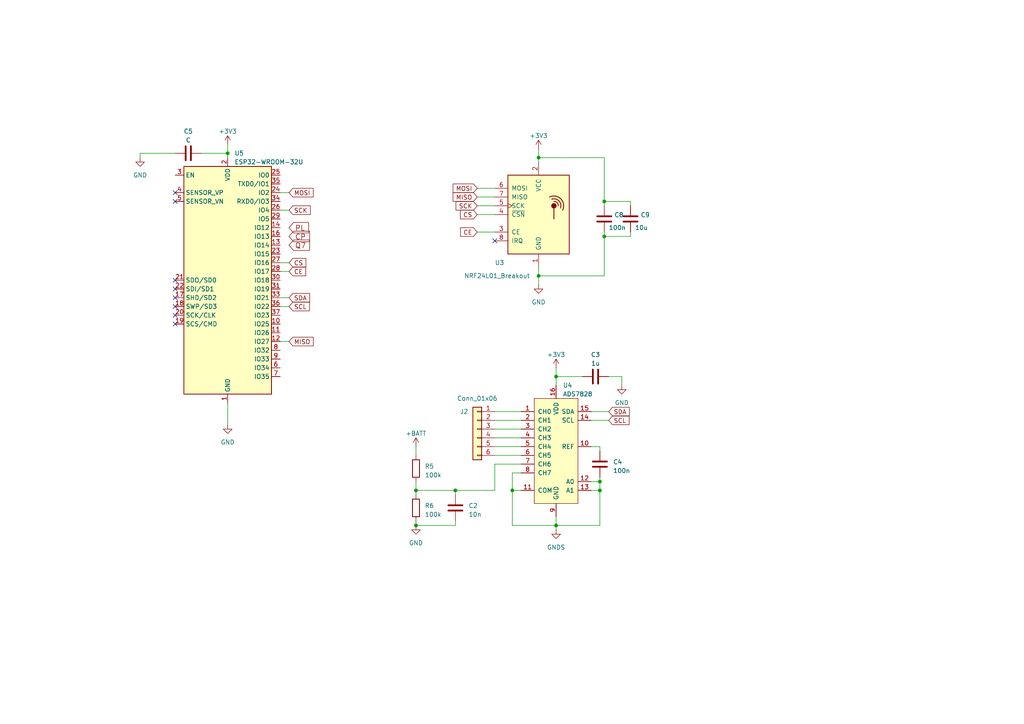
<source format=kicad_sch>
(kicad_sch (version 20230409) (generator eeschema)
  (paper "A4")
  (lib_symbols
    (symbol "Analog_ADC:ADS7828" (pin_names (offset 1.016))
      (property "Reference" "U" (at -5.08 15.24 0))
      (property "Value" "ADS7828" (at 5.08 15.24 0))
      (symbol "ADS7828_0_1"
        (rectangle (start -6.35 13.97) (end 6.35 -16.51) (fill (type background)))
        (rectangle (start 6.35 -15.24) (end 6.35 -15.24))
      )
      (symbol "ADS7828_1_1"
        (pin input line (at -10.16 10.16 0) (length 3.81) (name "CH0") (number "1"))
        (pin bidirectional line (at 10.16 0 180) (length 3.81) (name "REF") (number "10"))
        (pin input line (at -10.16 -12.7 0) (length 3.81) (name "COM") (number "11"))
        (pin input line (at 10.16 -10.16 180) (length 3.81) (name "A0") (number "12"))
        (pin input line (at 10.16 -12.7 180) (length 3.81) (name "A1") (number "13"))
        (pin input line (at 10.16 7.62 180) (length 3.81) (name "SCL") (number "14"))
        (pin bidirectional line (at 10.16 10.16 180) (length 3.81) (name "SDA") (number "15"))
        (pin power_in line (at 0 17.78 270) (length 3.81) (name "VDD") (number "16"))
        (pin input line (at -10.16 7.62 0) (length 3.81) (name "CH1") (number "2"))
        (pin input line (at -10.16 5.08 0) (length 3.81) (name "CH2") (number "3"))
        (pin input line (at -10.16 2.54 0) (length 3.81) (name "CH3") (number "4"))
        (pin input line (at -10.16 0 0) (length 3.81) (name "CH4") (number "5"))
        (pin input line (at -10.16 -2.54 0) (length 3.81) (name "CH5") (number "6"))
        (pin input line (at -10.16 -5.08 0) (length 3.81) (name "CH6") (number "7"))
        (pin input line (at -10.16 -7.62 0) (length 3.81) (name "CH7") (number "8"))
        (pin power_in line (at 0 -20.32 90) (length 3.81) (name "GND") (number "9"))
      )
    )
    (symbol "Connector_Generic:Conn_01x06" (pin_names (offset 1.016) hide)
      (property "Reference" "J" (at 0 7.62 0))
      (property "Value" "Conn_01x06" (at 0 -10.16 0))
      (symbol "Conn_01x06_1_1"
        (rectangle (start -1.27 -7.493) (end 0 -7.747) (stroke (width 0.1524)))
        (rectangle (start -1.27 -4.953) (end 0 -5.207) (stroke (width 0.1524)))
        (rectangle (start -1.27 -2.413) (end 0 -2.667) (stroke (width 0.1524)))
        (rectangle (start -1.27 0.127) (end 0 -0.127) (stroke (width 0.1524)))
        (rectangle (start -1.27 2.667) (end 0 2.413) (stroke (width 0.1524)))
        (rectangle (start -1.27 5.207) (end 0 4.953) (stroke (width 0.1524)))
        (rectangle (start -1.27 6.35) (end 1.27 -8.89) (stroke (width 0.254)) (fill (type background)))
        (pin passive line (at -5.08 5.08 0) (length 3.81) (name "Pin_1") (number "1"))
        (pin passive line (at -5.08 2.54 0) (length 3.81) (name "Pin_2") (number "2"))
        (pin passive line (at -5.08 0 0) (length 3.81) (name "Pin_3") (number "3"))
        (pin passive line (at -5.08 -2.54 0) (length 3.81) (name "Pin_4") (number "4"))
        (pin passive line (at -5.08 -5.08 0) (length 3.81) (name "Pin_5") (number "5"))
        (pin passive line (at -5.08 -7.62 0) (length 3.81) (name "Pin_6") (number "6"))
      )
    )
    (symbol "Device:C" (pin_numbers hide) (pin_names (offset 0.254))
      (property "Reference" "C" (at 0.635 2.54 0))
      (property "Value" "C" (at 0.635 -2.54 0))
      (symbol "C_0_1"
        (polyline (pts (xy -2.032 -0.762) (xy 2.032 -0.762)) (stroke (width 0.508)))
        (polyline (pts (xy -2.032 0.762) (xy 2.032 0.762)) (stroke (width 0.508)))
      )
      (symbol "C_1_1"
        (pin passive line (at 0 3.81 270) (length 2.794) (name "~") (number "1"))
        (pin passive line (at 0 -3.81 90) (length 2.794) (name "~") (number "2"))
      )
    )
    (symbol "Device:R" (pin_numbers hide) (pin_names (offset 0))
      (property "Reference" "R" (at 2.032 0 90))
      (property "Value" "R" (at 0 0 90))
      (symbol "R_0_1"
        (rectangle (start -1.016 -2.54) (end 1.016 2.54) (stroke (width 0.254)))
      )
      (symbol "R_1_1"
        (pin passive line (at 0 3.81 270) (length 1.27) (name "~") (number "1"))
        (pin passive line (at 0 -3.81 90) (length 1.27) (name "~") (number "2"))
      )
    )
    (symbol "RF:NRF24L01_Breakout" (pin_names (offset 1.016))
      (property "Reference" "U" (at -8.89 12.7 0))
      (property "Value" "NRF24L01_Breakout" (at 3.81 12.7 0))
      (symbol "NRF24L01_Breakout_0_1"
        (rectangle (start -8.89 11.43) (end 8.89 -11.43) (stroke (width 0.254)) (fill (type background)))
        (polyline (pts (xy 4.445 1.905) (xy 4.445 -1.27)) (stroke (width 0.254)))
        (circle (center 4.445 2.54) (radius 0.635) (stroke (width 0.254)) (fill (type outline)))
        (arc (start 5.715 2.54) (mid 5.3521 3.4546) (end 4.445 3.81) (stroke (width 0.254)))
        (arc (start 6.35 1.905) (mid 5.8763 3.9854) (end 3.81 4.445) (stroke (width 0.254)))
        (arc (start 6.985 1.27) (mid 6.453 4.548) (end 3.175 5.08) (stroke (width 0.254)))
      )
      (symbol "NRF24L01_Breakout_1_1"
        (pin power_in line (at 0 -15.24 90) (length 3.81) (name "GND") (number "1"))
        (pin power_in line (at 0 15.24 270) (length 3.81) (name "VCC") (number "2"))
        (pin input line (at -12.7 -5.08 0) (length 3.81) (name "CE") (number "3"))
        (pin input line (at -12.7 0 0) (length 3.81) (name "~{CSN}") (number "4"))
        (pin input clock (at -12.7 2.54 0) (length 3.81) (name "SCK") (number "5"))
        (pin input line (at -12.7 7.62 0) (length 3.81) (name "MOSI") (number "6"))
        (pin output line (at -12.7 5.08 0) (length 3.81) (name "MISO") (number "7"))
        (pin output line (at -12.7 -7.62 0) (length 3.81) (name "IRQ") (number "8"))
      )
    )
    (symbol "RF_Module:ESP32-WROOM-32U"
      (property "Reference" "U" (at -12.7 34.29 0))
      (property "Value" "ESP32-WROOM-32U" (at 1.27 34.29 0))
      (symbol "ESP32-WROOM-32U_0_1"
        (rectangle (start -12.7 33.02) (end 12.7 -33.02) (stroke (width 0.254)) (fill (type background)))
      )
      (symbol "ESP32-WROOM-32U_1_1"
        (pin power_in line (at 0 -35.56 90) (length 2.54) (name "GND") (number "1"))
        (pin bidirectional line (at 15.24 -12.7 180) (length 2.54) (name "IO25") (number "10"))
        (pin bidirectional line (at 15.24 -15.24 180) (length 2.54) (name "IO26") (number "11"))
        (pin bidirectional line (at 15.24 -17.78 180) (length 2.54) (name "IO27") (number "12"))
        (pin bidirectional line (at 15.24 10.16 180) (length 2.54) (name "IO14") (number "13"))
        (pin bidirectional line (at 15.24 15.24 180) (length 2.54) (name "IO12") (number "14"))
        (pin passive line (at 0 -35.56 90) (length 2.54) hide (name "GND") (number "15"))
        (pin bidirectional line (at 15.24 12.7 180) (length 2.54) (name "IO13") (number "16"))
        (pin bidirectional line (at -15.24 -5.08 0) (length 2.54) (name "SHD/SD2") (number "17"))
        (pin bidirectional line (at -15.24 -7.62 0) (length 2.54) (name "SWP/SD3") (number "18"))
        (pin bidirectional line (at -15.24 -12.7 0) (length 2.54) (name "SCS/CMD") (number "19"))
        (pin power_in line (at 0 35.56 270) (length 2.54) (name "VDD") (number "2"))
        (pin bidirectional line (at -15.24 -10.16 0) (length 2.54) (name "SCK/CLK") (number "20"))
        (pin bidirectional line (at -15.24 0 0) (length 2.54) (name "SDO/SD0") (number "21"))
        (pin bidirectional line (at -15.24 -2.54 0) (length 2.54) (name "SDI/SD1") (number "22"))
        (pin bidirectional line (at 15.24 7.62 180) (length 2.54) (name "IO15") (number "23"))
        (pin bidirectional line (at 15.24 25.4 180) (length 2.54) (name "IO2") (number "24"))
        (pin bidirectional line (at 15.24 30.48 180) (length 2.54) (name "IO0") (number "25"))
        (pin bidirectional line (at 15.24 20.32 180) (length 2.54) (name "IO4") (number "26"))
        (pin bidirectional line (at 15.24 5.08 180) (length 2.54) (name "IO16") (number "27"))
        (pin bidirectional line (at 15.24 2.54 180) (length 2.54) (name "IO17") (number "28"))
        (pin bidirectional line (at 15.24 17.78 180) (length 2.54) (name "IO5") (number "29"))
        (pin input line (at -15.24 30.48 0) (length 2.54) (name "EN") (number "3"))
        (pin bidirectional line (at 15.24 0 180) (length 2.54) (name "IO18") (number "30"))
        (pin bidirectional line (at 15.24 -2.54 180) (length 2.54) (name "IO19") (number "31"))
        (pin no_connect line (at -12.7 -27.94 0) (length 2.54) hide (name "NC") (number "32"))
        (pin bidirectional line (at 15.24 -5.08 180) (length 2.54) (name "IO21") (number "33"))
        (pin bidirectional line (at 15.24 22.86 180) (length 2.54) (name "RXD0/IO3") (number "34"))
        (pin bidirectional line (at 15.24 27.94 180) (length 2.54) (name "TXD0/IO1") (number "35"))
        (pin bidirectional line (at 15.24 -7.62 180) (length 2.54) (name "IO22") (number "36"))
        (pin bidirectional line (at 15.24 -10.16 180) (length 2.54) (name "IO23") (number "37"))
        (pin passive line (at 0 -35.56 90) (length 2.54) hide (name "GND") (number "38"))
        (pin passive line (at 0 -35.56 90) (length 2.54) hide (name "GND") (number "39"))
        (pin input line (at -15.24 25.4 0) (length 2.54) (name "SENSOR_VP") (number "4"))
        (pin input line (at -15.24 22.86 0) (length 2.54) (name "SENSOR_VN") (number "5"))
        (pin input line (at 15.24 -25.4 180) (length 2.54) (name "IO34") (number "6"))
        (pin input line (at 15.24 -27.94 180) (length 2.54) (name "IO35") (number "7"))
        (pin bidirectional line (at 15.24 -20.32 180) (length 2.54) (name "IO32") (number "8"))
        (pin bidirectional line (at 15.24 -22.86 180) (length 2.54) (name "IO33") (number "9"))
      )
    )
    (symbol "power:+3V3" (power) (pin_names (offset 0))
      (property "Value" "+3V3" (at 0 3.556 0))
      (symbol "+3V3_0_1"
        (polyline (pts (xy -0.762 1.27) (xy 0 2.54)))
        (polyline (pts (xy 0 0) (xy 0 2.54)))
        (polyline (pts (xy 0 2.54) (xy 0.762 1.27)))
      )
      (symbol "+3V3_1_1"
        (pin power_in line (at 0 0 90) (length 0) hide (name "+3V3") (number "1"))
      )
    )
    (symbol "power:+BATT" (power) (pin_names (offset 0))
      (property "Value" "+BATT" (at 0 3.556 0))
      (symbol "+BATT_0_1"
        (polyline (pts (xy -0.762 1.27) (xy 0 2.54)))
        (polyline (pts (xy 0 0) (xy 0 2.54)))
        (polyline (pts (xy 0 2.54) (xy 0.762 1.27)))
      )
      (symbol "+BATT_1_1"
        (pin power_in line (at 0 0 90) (length 0) hide (name "+BATT") (number "1"))
      )
    )
    (symbol "power:GND" (power) (pin_names (offset 0))
      (property "Value" "GND" (at 0 -3.81 0))
      (symbol "GND_0_1"
        (polyline (pts (xy 0 0) (xy 0 -1.27) (xy 1.27 -1.27) (xy 0 -2.54) (xy -1.27 -1.27) (xy 0 -1.27)))
      )
      (symbol "GND_1_1"
        (pin power_in line (at 0 0 270) (length 0) hide (name "GND") (number "1"))
      )
    )
    (symbol "power:GNDS" (power) (pin_names (offset 0))
      (property "Value" "GNDS" (at 0 -3.81 0))
      (symbol "GNDS_0_1"
        (polyline (pts (xy 0 0) (xy 0 -1.27) (xy 1.27 -1.27) (xy 0 -2.54) (xy -1.27 -1.27) (xy 0 -1.27)))
      )
      (symbol "GNDS_1_1"
        (pin power_in line (at 0 0 270) (length 0) hide (name "GNDS") (number "1"))
      )
    )
  )
  (junction (at 161.29 109.22))
  (junction (at 156.21 45.72))
  (junction (at 120.65 142.24))
  (junction (at 161.29 152.4))
  (junction (at 132.08 142.24))
  (junction (at 175.26 58.42))
  (junction (at 66.04 44.45))
  (junction (at 148.59 142.24))
  (junction (at 173.99 142.24))
  (junction (at 156.21 80.01))
  (junction (at 173.99 139.7))
  (junction (at 175.26 68.58))
  (junction (at 120.65 152.4))
  (no_connect (at 50.8 81.28))
  (no_connect (at 50.8 93.98))
  (no_connect (at 50.8 83.82))
  (no_connect (at 50.8 88.9))
  (no_connect (at 50.8 55.88))
  (no_connect (at 50.8 91.44))
  (no_connect (at 143.51 69.85))
  (no_connect (at 50.8 58.42))
  (no_connect (at 50.8 86.36))
  (wire (pts (xy 156.21 43.18) (xy 156.21 45.72)))
  (wire (pts (xy 151.13 137.16) (xy 148.59 137.16)))
  (wire (pts (xy 151.13 134.62) (xy 143.51 134.62)))
  (wire (pts (xy 173.99 138.43) (xy 173.99 139.7)))
  (wire (pts (xy 171.45 119.38) (xy 176.53 119.38)))
  (wire (pts (xy 173.99 139.7) (xy 173.99 142.24)))
  (wire (pts (xy 66.04 116.84) (xy 66.04 123.19)))
  (wire (pts (xy 138.43 67.31) (xy 143.51 67.31)))
  (wire (pts (xy 182.88 67.31) (xy 182.88 68.58)))
  (wire (pts (xy 175.26 58.42) (xy 182.88 58.42)))
  (wire (pts (xy 138.43 57.15) (xy 143.51 57.15)))
  (wire (pts (xy 143.51 124.46) (xy 151.13 124.46)))
  (wire (pts (xy 138.43 54.61) (xy 143.51 54.61)))
  (wire (pts (xy 161.29 149.86) (xy 161.29 152.4)))
  (wire (pts (xy 143.51 142.24) (xy 132.08 142.24)))
  (wire (pts (xy 151.13 142.24) (xy 148.59 142.24)))
  (wire (pts (xy 173.99 142.24) (xy 173.99 152.4)))
  (wire (pts (xy 81.28 55.88) (xy 83.82 55.88)))
  (wire (pts (xy 143.51 121.92) (xy 151.13 121.92)))
  (wire (pts (xy 156.21 80.01) (xy 156.21 82.55)))
  (wire (pts (xy 171.45 142.24) (xy 173.99 142.24)))
  (wire (pts (xy 175.26 80.01) (xy 156.21 80.01)))
  (wire (pts (xy 173.99 152.4) (xy 161.29 152.4)))
  (wire (pts (xy 175.26 45.72) (xy 175.26 58.42)))
  (wire (pts (xy 138.43 59.69) (xy 143.51 59.69)))
  (wire (pts (xy 66.04 41.91) (xy 66.04 44.45)))
  (wire (pts (xy 132.08 152.4) (xy 120.65 152.4)))
  (wire (pts (xy 132.08 142.24) (xy 132.08 143.51)))
  (wire (pts (xy 120.65 142.24) (xy 120.65 143.51)))
  (wire (pts (xy 173.99 129.54) (xy 171.45 129.54)))
  (wire (pts (xy 143.51 132.08) (xy 151.13 132.08)))
  (wire (pts (xy 175.26 68.58) (xy 175.26 67.31)))
  (wire (pts (xy 120.65 139.7) (xy 120.65 142.24)))
  (wire (pts (xy 171.45 121.92) (xy 176.53 121.92)))
  (wire (pts (xy 180.34 111.76) (xy 180.34 109.22)))
  (wire (pts (xy 171.45 139.7) (xy 173.99 139.7)))
  (wire (pts (xy 148.59 137.16) (xy 148.59 142.24)))
  (wire (pts (xy 182.88 58.42) (xy 182.88 59.69)))
  (wire (pts (xy 81.28 60.96) (xy 83.82 60.96)))
  (wire (pts (xy 156.21 45.72) (xy 156.21 46.99)))
  (wire (pts (xy 58.42 44.45) (xy 66.04 44.45)))
  (wire (pts (xy 143.51 129.54) (xy 151.13 129.54)))
  (wire (pts (xy 148.59 142.24) (xy 148.59 152.4)))
  (wire (pts (xy 132.08 142.24) (xy 120.65 142.24)))
  (wire (pts (xy 156.21 77.47) (xy 156.21 80.01)))
  (wire (pts (xy 66.04 44.45) (xy 66.04 45.72)))
  (wire (pts (xy 132.08 151.13) (xy 132.08 152.4)))
  (wire (pts (xy 161.29 106.68) (xy 161.29 109.22)))
  (wire (pts (xy 143.51 127) (xy 151.13 127)))
  (wire (pts (xy 120.65 151.13) (xy 120.65 152.4)))
  (wire (pts (xy 40.64 45.72) (xy 40.64 44.45)))
  (wire (pts (xy 173.99 130.81) (xy 173.99 129.54)))
  (wire (pts (xy 161.29 152.4) (xy 161.29 153.67)))
  (wire (pts (xy 83.82 99.06) (xy 81.28 99.06)))
  (wire (pts (xy 161.29 109.22) (xy 161.29 111.76)))
  (wire (pts (xy 180.34 109.22) (xy 176.53 109.22)))
  (wire (pts (xy 175.26 68.58) (xy 175.26 80.01)))
  (wire (pts (xy 83.82 86.36) (xy 81.28 86.36)))
  (wire (pts (xy 81.28 76.2) (xy 83.82 76.2)))
  (wire (pts (xy 156.21 45.72) (xy 175.26 45.72)))
  (wire (pts (xy 175.26 68.58) (xy 182.88 68.58)))
  (wire (pts (xy 161.29 109.22) (xy 168.91 109.22)))
  (wire (pts (xy 40.64 44.45) (xy 50.8 44.45)))
  (wire (pts (xy 138.43 62.23) (xy 143.51 62.23)))
  (wire (pts (xy 143.51 119.38) (xy 151.13 119.38)))
  (wire (pts (xy 148.59 152.4) (xy 161.29 152.4)))
  (wire (pts (xy 83.82 78.74) (xy 81.28 78.74)))
  (wire (pts (xy 175.26 59.69) (xy 175.26 58.42)))
  (wire (pts (xy 120.65 129.54) (xy 120.65 132.08)))
  (wire (pts (xy 81.28 88.9) (xy 83.82 88.9)))
  (wire (pts (xy 143.51 134.62) (xy 143.51 142.24)))
  (global_label "MOSI" (shape input) (at 138.43 54.61 180) (property "Intersheetrefs" "${INTERSHEET_REFS}" (effects hide)))
  (global_label "SCL" (shape input) (at 176.53 121.92 0) (property "Intersheetrefs" "${INTERSHEET_REFS}" (effects hide)))
  (global_label "SCK" (shape input) (at 83.82 60.96 0) (property "Intersheetrefs" "${INTERSHEET_REFS}" (effects hide)))
  (global_label "MOSI" (shape input) (at 83.82 55.88 0) (property "Intersheetrefs" "${INTERSHEET_REFS}" (effects hide)))
  (global_label "CS" (shape input) (at 83.82 76.2 0) (property "Intersheetrefs" "${INTERSHEET_REFS}" (effects hide)))
  (global_label "SCL" (shape input) (at 83.82 88.9 0) (property "Intersheetrefs" "${INTERSHEET_REFS}" (effects hide)))
  (global_label "PL" (shape input) (at 83.82 66.04 0) (effects (font (size 1.524 1.524))) (property "Intersheetrefs" "${INTERSHEET_REFS}" (effects hide)))
  (global_label "Q7" (shape input) (at 83.82 71.12 0) (effects (font (size 1.524 1.524))) (property "Intersheetrefs" "${INTERSHEET_REFS}" (effects hide)))
  (global_label "MISO" (shape input) (at 138.43 57.15 180) (property "Intersheetrefs" "${INTERSHEET_REFS}" (effects hide)))
  (global_label "SDA" (shape input) (at 83.82 86.36 0) (property "Intersheetrefs" "${INTERSHEET_REFS}" (effects hide)))
  (global_label "CS" (shape input) (at 138.43 62.23 180) (property "Intersheetrefs" "${INTERSHEET_REFS}" (effects hide)))
  (global_label "CE" (shape input) (at 83.82 78.74 0) (property "Intersheetrefs" "${INTERSHEET_REFS}" (effects hide)))
  (global_label "MISO" (shape input) (at 83.82 99.06 0) (property "Intersheetrefs" "${INTERSHEET_REFS}" (effects hide)))
  (global_label "CE" (shape input) (at 138.43 67.31 180) (property "Intersheetrefs" "${INTERSHEET_REFS}" (effects hide)))
  (global_label "SCK" (shape input) (at 138.43 59.69 180) (property "Intersheetrefs" "${INTERSHEET_REFS}" (effects hide)))
  (global_label "CP" (shape input) (at 83.82 68.58 0) (effects (font (size 1.524 1.524))) (property "Intersheetrefs" "${INTERSHEET_REFS}" (effects hide)))
  (global_label "SDA" (shape input) (at 176.53 119.38 0) (property "Intersheetrefs" "${INTERSHEET_REFS}" (effects hide)))
  (symbol (lib_id "Device:C") (at 54.61 44.45 90) (unit 1)
    (property "Reference" "C5" (at 54.61 38.1 90))
    (property "Value" "C" (at 54.61 40.64 90))
    (property "Footprint" "Capacitor_SMD:C_0603_1608Metric" (effects hide))
  )
  (symbol (lib_id "power:+3V3") (at 156.21 43.18 0) (unit 1)
    (property "Reference" "#PWR012" (effects hide))
    (property "Value" "+3V3" (at 156.21 39.37 0))
  )
  (symbol (lib_id "power:GNDS") (at 161.29 153.67 0) (unit 1)
    (property "Reference" "#PWR09" (effects hide))
    (property "Value" "GNDS" (at 161.29 158.75 0))
  )
  (symbol (lib_id "power:+BATT") (at 120.65 129.54 0) (unit 1)
    (property "Reference" "#PWR014" (effects hide))
    (property "Value" "+BATT" (at 120.65 125.73 0))
  )
  (symbol (lib_id "Device:C") (at 182.88 63.5 0) (unit 1)
    (property "Reference" "C9" (at 185.801 62.3316 0) (effects (justify left)))
    (property "Value" "10u" (at 184.15 66.04 0) (effects (justify left)))
    (property "Footprint" "Capacitor_SMD:C_0603_1608Metric" (effects hide))
    (instances (project "remote" (path "" (reference "C9") (unit 1))) (project "chairbot" (path "" (reference "C3") (unit 1))))
  )
  (symbol (lib_id "power:+3V3") (at 161.29 106.68 0) (unit 1)
    (property "Reference" "#PWR08" (effects hide))
    (property "Value" "+3V3" (at 161.29 102.87 0))
  )
  (symbol (lib_id "power:GND") (at 156.21 82.55 0) (unit 1)
    (property "Reference" "#PWR06" (effects hide))
    (property "Value" "GND" (at 156.21 87.63 0))
  )
  (symbol (lib_id "RF:NRF24L01_Breakout") (at 156.21 62.23 0) (unit 1)
    (property "Reference" "U3" (at 143.51 76.2 0) (effects (justify left)))
    (property "Value" "NRF24L01_Breakout" (at 134.62 80.01 0) (effects (justify left)))
    (property "Footprint" "RF_Module:nRF24L01_Breakout" (effects hide))
    (property "Datasheet" "http://www.nordicsemi.com/eng/content/download/2730/34105/file/nRF24L01_Product_Specification_v2_0.pdf" (effects hide))
  )
  (symbol (lib_id "power:GND") (at 180.34 111.76 0) (unit 1)
    (property "Reference" "#PWR010" (effects hide))
    (property "Value" "GND" (at 180.34 116.84 0))
  )
  (symbol (lib_id "Device:C") (at 172.72 109.22 90) (unit 1)
    (property "Reference" "C3" (at 172.72 102.87 90))
    (property "Value" "1u" (at 172.72 105.41 90))
    (property "Footprint" "Capacitor_SMD:C_0603_1608Metric" (effects hide))
  )
  (symbol (lib_id "Device:C") (at 173.99 134.62 0) (unit 1)
    (property "Reference" "C4" (at 177.8 133.985 0) (effects (justify left)))
    (property "Value" "100n" (at 177.8 136.525 0) (effects (justify left)))
    (property "Footprint" "Capacitor_SMD:C_0603_1608Metric" (effects hide))
  )
  (symbol (lib_id "power:GND") (at 120.65 152.4 0) (unit 1)
    (property "Reference" "#PWR013" (effects hide))
    (property "Value" "GND" (at 120.65 157.48 0))
  )
  (symbol (lib_id "Device:C") (at 132.08 147.32 0) (unit 1)
    (property "Reference" "C2" (at 135.89 146.685 0) (effects (justify left)))
    (property "Value" "10n" (at 135.89 149.225 0) (effects (justify left)))
    (property "Footprint" "Capacitor_SMD:C_0603_1608Metric" (effects hide))
  )
  (symbol (lib_id "power:+3V3") (at 66.04 41.91 0) (unit 1)
    (property "Reference" "#PWR05" (effects hide))
    (property "Value" "+3V3" (at 66.04 38.1 0))
  )
  (symbol (lib_id "Device:R") (at 120.65 147.32 0) (unit 1)
    (property "Reference" "R6" (at 123.19 146.685 0) (effects (justify left)))
    (property "Value" "100k" (at 123.19 149.225 0) (effects (justify left)))
    (property "Footprint" "Resistor_SMD:R_0603_1608Metric" (effects hide))
  )
  (symbol (lib_id "RF_Module:ESP32-WROOM-32U") (at 66.04 81.28 0) (unit 1)
    (property "Reference" "U5" (at 67.9959 44.45 0) (effects (justify left)))
    (property "Value" "ESP32-WROOM-32U" (at 67.9959 46.99 0) (effects (justify left)))
    (property "Footprint" "RF_Module:ESP32-WROOM-32U" (effects hide))
    (property "Datasheet" "https://www.espressif.com/sites/default/files/documentation/esp32-wroom-32d_esp32-wroom-32u_datasheet_en.pdf" (effects hide))
  )
  (symbol (lib_id "Device:R") (at 120.65 135.89 0) (unit 1)
    (property "Reference" "R5" (at 123.19 135.255 0) (effects (justify left)))
    (property "Value" "100k" (at 123.19 137.795 0) (effects (justify left)))
    (property "Footprint" "Resistor_SMD:R_0603_1608Metric" (effects hide))
  )
  (symbol (lib_id "power:GND") (at 66.04 123.19 0) (unit 1)
    (property "Reference" "#PWR04" (effects hide))
    (property "Value" "GND" (at 66.04 128.27 0))
  )
  (symbol (lib_id "Analog_ADC:ADS7828") (at 161.29 129.54 0) (unit 1)
    (property "Reference" "U4" (at 163.2459 111.76 0) (effects (justify left)))
    (property "Value" "ADS7828" (at 163.2459 114.3 0) (effects (justify left)))
    (property "Footprint" "Package_SO:TSSOP-16_4.4x5mm_P0.65mm" (effects hide))
    (property "Datasheet" "http://www.ti.com/lit/ds/symlink/ads7828.pdf" (effects hide))
  )
  (symbol (lib_id "power:GND") (at 40.64 45.72 0) (unit 1)
    (property "Reference" "#PWR011" (effects hide))
    (property "Value" "GND" (at 40.64 50.8 0))
  )
  (symbol (lib_id "Device:C") (at 175.26 63.5 0) (unit 1)
    (property "Reference" "C8" (at 178.181 62.3316 0) (effects (justify left)))
    (property "Value" "100n" (at 176.53 66.04 0) (effects (justify left)))
    (property "Footprint" "Capacitor_SMD:C_0603_1608Metric" (effects hide))
    (instances (project "remote" (path "" (reference "C8") (unit 1))) (project "chairbot" (path "" (reference "C2") (unit 1))))
  )
  (symbol (lib_id "Connector_Generic:Conn_01x06") (at 138.43 124.46 0) (mirror y) (unit 1)
    (property "Reference" "J2" (at 134.62 119.38 0))
    (property "Value" "Conn_01x06" (at 138.43 115.57 0))
    (property "Footprint" "Connector_JST:JST_XH_B06B-XH-A_1x06_P2.50mm_Vertical" (effects hide))
    (instances (project "remote" (path "" (reference "J2") (unit 1)) (path "" (reference "J4") (unit 1))))
  )
)
</source>
